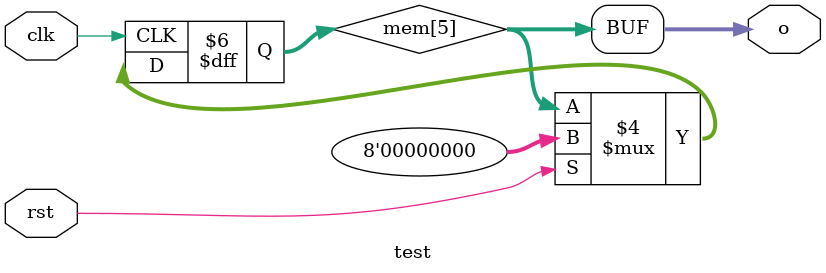
<source format=v>


`timescale 1ns/1ps

module test(clk,rst,o);

//Define parameters:


//Define pins:
input clk;
input rst;
output wire [7:0] o;

//Define signals:
reg [7:0] mem [15:0];

assign o = mem[5];

//Edit code:
always@(posedge clk or negedge rst) begin
if(!rst) begin
mem[2] <= 'd0;
end
else begin

mem[5] <= 'd0;


end //the end of biggest if
end //the end of always



endmodule


</source>
